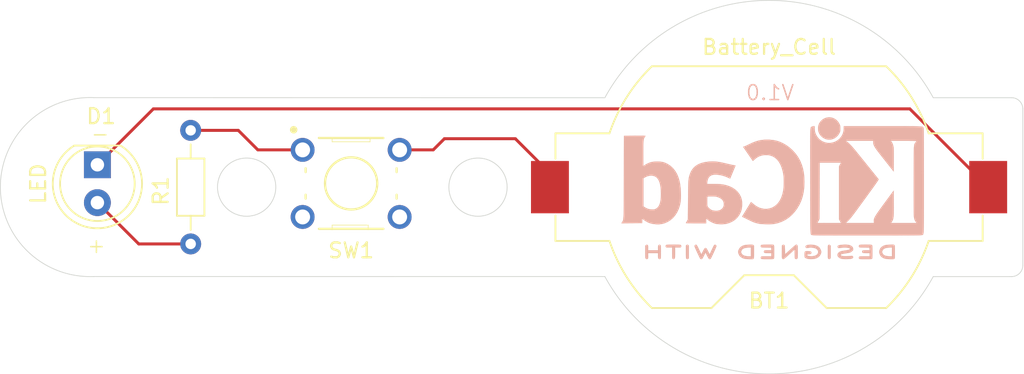
<source format=kicad_pcb>
(kicad_pcb (version 20241229) (generator "pcbnew") (generator_version "9.0")
  (title_block (title "LED Torch Kicad Tutorial") (rev "0") (comment 1 "Project 0") (comment 2 "Mar"))
  (layers (0 "F.Cu" signal) (2 "B.Cu" signal) (13 "F.Paste" user) (15 "B.Paste" user) (5 "F.SilkS" user "F.Silkscreen") (7 "B.SilkS" user "B.Silkscreen") (1 "F.Mask" user) (3 "B.Mask" user) (25 "Edge.Cuts" user))
  (net 0 "")
  (net 1 "/Battery_Pos")
  (net 2 "/LED_Cathode")
  (net 3 "/LED_Anode")
  (net 4 "Net-(SW1-A)")
  (footprint "Resistor_THT:R_Axial_DIN0204_L3.6mm_D1.6mm_P7.62mm_Horizontal" (layer "F.Cu") (at 111 60.81 90)
    (property "Reference" "R1" (at 3.56 -2 90) (layer "F.SilkS"))
    (property "Value" "R")
    (pad "1" thru_hole circle (at 0 0 90) (size 1.4 1.4) (drill 0.7) (layers "*.Cu" "*.Mask" "In1.Cu" "In2.Cu" "In3.Cu" "In4.Cu" "In5.Cu" "In6.Cu" "In7.Cu" "In8.Cu" "In9.Cu" "In10.Cu" "In11.Cu" "In12.Cu" "In13.Cu" "In14.Cu" "In15.Cu" "In16.Cu" "In17.Cu" "In18.Cu" "In19.Cu" "In20.Cu" "In21.Cu" "In22.Cu" "In23.Cu" "In24.Cu" "In25.Cu" "In26.Cu" "In27.Cu" "In28.Cu" "In29.Cu" "In30.Cu") (net 3 "/LED_Anode"))
    (pad "2" thru_hole oval (at 7.62 0 90) (size 1.4 1.4) (drill 0.7) (layers "*.Cu" "*.Mask" "In1.Cu" "In2.Cu" "In3.Cu" "In4.Cu" "In5.Cu" "In6.Cu" "In7.Cu" "In8.Cu" "In9.Cu" "In10.Cu" "In11.Cu" "In12.Cu" "In13.Cu" "In14.Cu" "In15.Cu" "In16.Cu" "In17.Cu" "In18.Cu" "In19.Cu" "In20.Cu" "In21.Cu" "In22.Cu" "In23.Cu" "In24.Cu" "In25.Cu" "In26.Cu" "In27.Cu" "In28.Cu" "In29.Cu" "In30.Cu") (net 4 "Net-(SW1-A)"))
  )
  (footprint "LED_THT:LED_D5.0mm" (layer "F.Cu") (at 104.75 55.5 -90)
    (property "Reference" "D1" (at -3.25 -0.25 180) (layer "F.SilkS"))
    (property "Value" "LED" (at 1.27 3.96 90) (layer "F.SilkS"))
    (pad "1" thru_hole rect (at 0 0 270) (size 1.8 1.8) (drill 0.9) (layers "*.Cu" "*.Mask" "In1.Cu" "In2.Cu" "In3.Cu" "In4.Cu" "In5.Cu" "In6.Cu" "In7.Cu" "In8.Cu" "In9.Cu" "In10.Cu" "In11.Cu" "In12.Cu" "In13.Cu" "In14.Cu" "In15.Cu" "In16.Cu" "In17.Cu" "In18.Cu" "In19.Cu" "In20.Cu" "In21.Cu" "In22.Cu" "In23.Cu" "In24.Cu" "In25.Cu" "In26.Cu" "In27.Cu" "In28.Cu" "In29.Cu" "In30.Cu") (net 2 "/LED_Cathode"))
    (pad "2" thru_hole circle (at 2.54 0 270) (size 1.8 1.8) (drill 0.9) (layers "*.Cu" "*.Mask" "In1.Cu" "In2.Cu" "In3.Cu" "In4.Cu" "In5.Cu" "In6.Cu" "In7.Cu" "In8.Cu" "In9.Cu" "In10.Cu" "In11.Cu" "In12.Cu" "In13.Cu" "In14.Cu" "In15.Cu" "In16.Cu" "In17.Cu" "In18.Cu" "In19.Cu" "In20.Cu" "In21.Cu" "In22.Cu" "In23.Cu" "In24.Cu" "In25.Cu" "In26.Cu" "In27.Cu" "In28.Cu" "In29.Cu" "In30.Cu") (net 3 "/LED_Anode"))
  )
  (footprint "Battery:BatteryHolder_Keystone_1058_1x2032" (layer "F.Cu") (at 149.75 57)
    (property "Reference" "BT1" (at 0 7.62 0) (layer "F.SilkS"))
    (property "Value" "Battery_Cell" (at 0 -9.398 0) (layer "F.SilkS"))
    (pad "1" smd rect (at -14.68 0) (size 2.54 3.51) (layers "F.Cu" "F.Mask" "F.Paste") (net 1 "/Battery_Pos"))
    (pad "2" smd rect (at 14.68 0) (size 2.54 3.51) (layers "F.Cu" "F.Mask" "F.Paste") (net 2 "/LED_Cathode"))
  )
  (footprint "Button_Switch_THT:SW_B3F-1000" (layer "F.Cu") (at 121.75 56.75)
    (property "Reference" "SW1" (at 0 4.5 0) (layer "F.SilkS") (effects (font (size 1.000008 1.000008))))
    (property "Value" "SW_SPST")
    (pad "1" thru_hole circle (at -3.25 -2.25) (size 1.6 1.6) (drill 1) (layers "*.Cu" "*.Mask" "In1.Cu" "In2.Cu" "In3.Cu" "In4.Cu" "In5.Cu" "In6.Cu" "In7.Cu" "In8.Cu" "In9.Cu" "In10.Cu" "In11.Cu" "In12.Cu" "In13.Cu" "In14.Cu" "In15.Cu" "In16.Cu" "In17.Cu" "In18.Cu" "In19.Cu" "In20.Cu" "In21.Cu" "In22.Cu" "In23.Cu" "In24.Cu" "In25.Cu" "In26.Cu" "In27.Cu" "In28.Cu" "In29.Cu" "In30.Cu") (net 4 "Net-(SW1-A)"))
    (pad "2" thru_hole circle (at 3.25 -2.25) (size 1.6 1.6) (drill 1) (layers "*.Cu" "*.Mask" "In1.Cu" "In2.Cu" "In3.Cu" "In4.Cu" "In5.Cu" "In6.Cu" "In7.Cu" "In8.Cu" "In9.Cu" "In10.Cu" "In11.Cu" "In12.Cu" "In13.Cu" "In14.Cu" "In15.Cu" "In16.Cu" "In17.Cu" "In18.Cu" "In19.Cu" "In20.Cu" "In21.Cu" "In22.Cu" "In23.Cu" "In24.Cu" "In25.Cu" "In26.Cu" "In27.Cu" "In28.Cu" "In29.Cu" "In30.Cu") (net 1 "/Battery_Pos"))
    (pad "3" thru_hole circle (at -3.25 2.25) (size 1.6 1.6) (drill 1) (layers "*.Cu" "*.Mask" "In1.Cu" "In2.Cu" "In3.Cu" "In4.Cu" "In5.Cu" "In6.Cu" "In7.Cu" "In8.Cu" "In9.Cu" "In10.Cu" "In11.Cu" "In12.Cu" "In13.Cu" "In14.Cu" "In15.Cu" "In16.Cu" "In17.Cu" "In18.Cu" "In19.Cu" "In20.Cu" "In21.Cu" "In22.Cu" "In23.Cu" "In24.Cu" "In25.Cu" "In26.Cu" "In27.Cu" "In28.Cu" "In29.Cu" "In30.Cu"))
    (pad "4" thru_hole circle (at 3.25 2.25) (size 1.6 1.6) (drill 1) (layers "*.Cu" "*.Mask" "In1.Cu" "In2.Cu" "In3.Cu" "In4.Cu" "In5.Cu" "In6.Cu" "In7.Cu" "In8.Cu" "In9.Cu" "In10.Cu" "In11.Cu" "In12.Cu" "In13.Cu" "In14.Cu" "In15.Cu" "In16.Cu" "In17.Cu" "In18.Cu" "In19.Cu" "In20.Cu" "In21.Cu" "In22.Cu" "In23.Cu" "In24.Cu" "In25.Cu" "In26.Cu" "In27.Cu" "In28.Cu" "In29.Cu" "In30.Cu"))
  )
  (footprint "Symbol:KiCad-Logo2_8mm_SilkScreen" (layer "B.Cu") (at 150 56.25 180)
    (property "Reference" "REF1" (hide yes))
    (property "Value" "KiCad-Logo2_8mm_SilkScreen" (hide yes))
  )
  (gr_arc (start 166 51) (mid 166.53033 51.21967) (end 166.75 51.75) (stroke (width 0.05)) (layer "Edge.Cuts"))
  (gr_arc (start 166.75 62.25) (mid 166.538994 62.771523) (end 166.024704 62.999593) (stroke (width 0.05)) (layer "Edge.Cuts"))
  (gr_line (start 138.75 62.997094) (end 104.516052 62.994108) (stroke (width 0.05)) (layer "Edge.Cuts"))
  (gr_line (start 138.75 51) (end 104.505203 50.99457) (stroke (width 0.05)) (layer "Edge.Cuts"))
  (gr_line (start 166.75 51.75) (end 166.75 62.25) (stroke (width 0.05)) (layer "Edge.Cuts"))
  (gr_circle (center 114.75 57) (end 116 55.5) (stroke (width 0.05)) (fill no) (layer "Edge.Cuts"))
  (gr_line (start 166.024704 62.999593) (end 160.75 63) (stroke (width 0.05)) (layer "Edge.Cuts"))
  (gr_arc (start 160.75 63) (mid 149.75 69.529964) (end 138.75 62.999999) (stroke (width 0.05)) (layer "Edge.Cuts"))
  (gr_arc (start 138.75 51) (mid 149.75 44.470036) (end 160.75 51) (stroke (width 0.05)) (layer "Edge.Cuts"))
  (gr_arc (start 104.516052 62.994109) (mid 98.25 57) (end 104.505203 50.994571) (stroke (width 0.05)) (layer "Edge.Cuts"))
  (gr_circle (center 130.25 57) (end 131.5 55.5) (stroke (width 0.05)) (fill no) (layer "Edge.Cuts"))
  (gr_line (start 160.75 51) (end 166 51) (stroke (width 0.05)) (layer "Edge.Cuts"))
  (gr_text "+" (at 104 61.5 0) (layer "F.SilkS") (effects (font (size 1 1) (thickness 0.1)) (justify left bottom)))
  (gr_text "-" (at 104.25 54 0) (layer "F.SilkS") (effects (font (size 1 1) (thickness 0.1)) (justify left bottom)))
  (gr_text "V1.0" (at 151.5 51.25 0) (layer "B.SilkS") (effects (font (size 1 1) (thickness 0.1)) (justify left bottom mirror)))
  (segment (start 128 53.75) (end 132.75 53.75) (width 0.2) (layer "F.Cu") (net 1))
  (segment (start 132.75 53.75) (end 135.07 56.07) (width 0.2) (layer "F.Cu") (net 1))
  (segment (start 125 54.5) (end 127.25 54.5) (width 0.2) (layer "F.Cu") (net 1))
  (segment (start 135.07 56.07) (end 135.07 57) (width 0.2) (layer "F.Cu") (net 1))
  (segment (start 127.25 54.5) (end 128 53.75) (width 0.2) (layer "F.Cu") (net 1))
  (segment (start 159.18 51.75) (end 164.43 57) (width 0.2) (layer "F.Cu") (net 2))
  (segment (start 108.5 51.75) (end 159.18 51.75) (width 0.2) (layer "F.Cu") (net 2))
  (segment (start 104.75 55.5) (end 108.5 51.75) (width 0.2) (layer "F.Cu") (net 2))
  (segment (start 111 60.81) (end 107.52 60.81) (width 0.2) (layer "F.Cu") (net 3))
  (segment (start 107.52 60.81) (end 104.75 58.04) (width 0.2) (layer "F.Cu") (net 3))
  (segment (start 115.5 54.5) (end 118.5 54.5) (width 0.2) (layer "F.Cu") (net 4))
  (segment (start 111 53.19) (end 114.19 53.19) (width 0.2) (layer "F.Cu") (net 4))
  (segment (start 114.19 53.19) (end 115.5 54.5) (width 0.2) (layer "F.Cu") (net 4))
)
</source>
